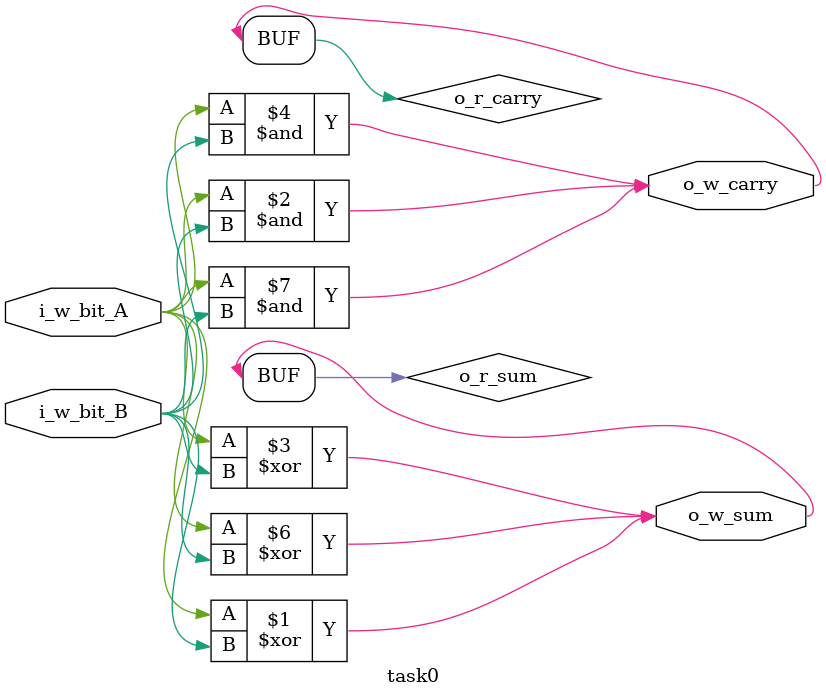
<source format=v>
`timescale 1ns / 1ps
module task0(
		output wire o_w_sum,
		output wire o_w_carry,
		input wire i_w_bit_A,
		input wire i_w_bit_B
    );
	
	// TODO 1.a: Implement a half-adder 
	// nivel structural
	xor(o_w_sum, i_w_bit_A, i_w_bit_B);
    and(o_w_carry, i_w_bit_A, i_w_bit_B);
    
    // nivel flux de date
    assign o_w_sum = i_w_bit_A ^ i_w_bit_B;
    assign o_w_carry = i_w_bit_A & i_w_bit_B;
    
    // nivel procedural
    reg o_r_sum;
    reg o_r_carry;
    
    always @(*) begin
        o_r_sum = i_w_bit_A ^ i_w_bit_B;
        o_r_carry = i_w_bit_A & i_w_bit_B;
    end
    
    assign o_w_sum = o_r_sum;
    assign o_w_carry = o_r_carry;
endmodule

</source>
